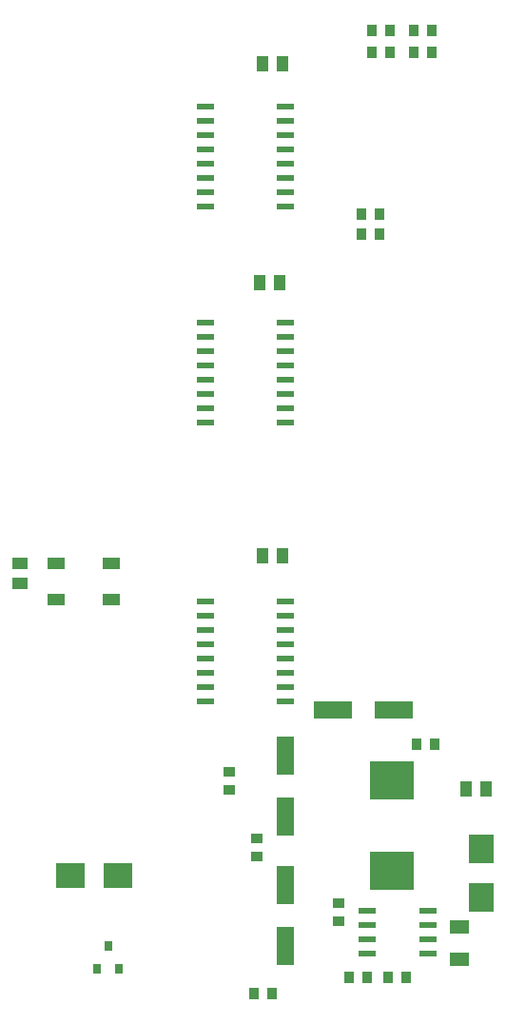
<source format=gtp>
G04 #@! TF.GenerationSoftware,KiCad,Pcbnew,(5.99.0-490-gc7ce93e10)*
G04 #@! TF.CreationDate,2019-12-10T11:33:49+01:00*
G04 #@! TF.ProjectId,LichtDom,4c696368-7444-46f6-9d2e-6b696361645f,0.1*
G04 #@! TF.SameCoordinates,Original*
G04 #@! TF.FileFunction,Paste,Top*
G04 #@! TF.FilePolarity,Positive*
%FSLAX46Y46*%
G04 Gerber Fmt 4.6, Leading zero omitted, Abs format (unit mm)*
G04 Created by KiCad (PCBNEW (5.99.0-490-gc7ce93e10)) date 2019-12-10 11:33:49*
%MOMM*%
%LPD*%
G04 APERTURE LIST*
%ADD10R,0.820000X1.000000*%
%ADD11R,0.800000X0.900000*%
%ADD12R,1.500000X0.600000*%
%ADD13R,1.550000X0.600000*%
%ADD14R,1.000000X0.820000*%
%ADD15R,4.000000X3.500000*%
%ADD16R,1.500000X1.000000*%
%ADD17R,2.500000X2.300000*%
%ADD18R,2.300000X2.500000*%
%ADD19R,1.120000X1.400000*%
%ADD20R,1.400000X1.120000*%
%ADD21R,3.500000X1.600000*%
%ADD22R,1.800000X1.220000*%
%ADD23R,1.600000X3.500000*%
G04 APERTURE END LIST*
D10*
X204800000Y-163500000D03*
X203200000Y-163500000D03*
D11*
X190250000Y-159250000D03*
X191200000Y-161250000D03*
X189300000Y-161250000D03*
D12*
X206050000Y-128555000D03*
X206050000Y-129825000D03*
X206050000Y-131095000D03*
X206050000Y-132365000D03*
X206050000Y-133635000D03*
X206050000Y-134905000D03*
X206050000Y-136175000D03*
X206050000Y-137445000D03*
X198950000Y-137445000D03*
X198950000Y-136175000D03*
X198950000Y-134905000D03*
X198950000Y-133635000D03*
X198950000Y-132365000D03*
X198950000Y-131095000D03*
X198950000Y-129825000D03*
X198950000Y-128555000D03*
X206050000Y-103730000D03*
X206050000Y-105000000D03*
X206050000Y-106270000D03*
X206050000Y-107540000D03*
X206050000Y-108810000D03*
X206050000Y-110080000D03*
X206050000Y-111350000D03*
X206050000Y-112620000D03*
X198950000Y-112620000D03*
X198950000Y-111350000D03*
X198950000Y-110080000D03*
X198950000Y-108810000D03*
X198950000Y-107540000D03*
X198950000Y-106270000D03*
X198950000Y-105000000D03*
X198950000Y-103730000D03*
X206050000Y-84555000D03*
X206050000Y-85825000D03*
X206050000Y-87095000D03*
X206050000Y-88365000D03*
X206050000Y-89635000D03*
X206050000Y-90905000D03*
X206050000Y-92175000D03*
X206050000Y-93445000D03*
X198950000Y-93445000D03*
X198950000Y-92175000D03*
X198950000Y-90905000D03*
X198950000Y-89635000D03*
X198950000Y-88365000D03*
X198950000Y-87095000D03*
X198950000Y-85825000D03*
X198950000Y-84555000D03*
D13*
X218700000Y-156095000D03*
X218700000Y-157365000D03*
X218700000Y-158635000D03*
X218700000Y-159905000D03*
X213300000Y-159905000D03*
X213300000Y-158635000D03*
X213300000Y-157365000D03*
X213300000Y-156095000D03*
D10*
X219050000Y-79750000D03*
X217450000Y-79750000D03*
X214400000Y-94100000D03*
X212800000Y-94100000D03*
X214400000Y-95900000D03*
X212800000Y-95900000D03*
X219050000Y-77750000D03*
X217450000Y-77750000D03*
X211700000Y-162000000D03*
X213300000Y-162000000D03*
X215200000Y-162000000D03*
X216800000Y-162000000D03*
D14*
X203500000Y-151300000D03*
X203500000Y-149700000D03*
X201000000Y-145300000D03*
X201000000Y-143700000D03*
D15*
X215500000Y-152500000D03*
X215500000Y-144500000D03*
D10*
X213700000Y-79750000D03*
X215300000Y-79750000D03*
D16*
X185650000Y-125200000D03*
X185650000Y-128400000D03*
X190550000Y-125200000D03*
X190550000Y-128400000D03*
D17*
X191150000Y-153000000D03*
X186850000Y-153000000D03*
D10*
X213700000Y-77750000D03*
X215300000Y-77750000D03*
D18*
X223500000Y-154900000D03*
X223500000Y-150600000D03*
D19*
X203990000Y-80750000D03*
X205750000Y-80750000D03*
X203750000Y-100250000D03*
X205510000Y-100250000D03*
X203990000Y-124555000D03*
X205750000Y-124555000D03*
D20*
X182400000Y-126980000D03*
X182400000Y-125220000D03*
D10*
X219300000Y-141250000D03*
X217700000Y-141250000D03*
D21*
X210300000Y-138250000D03*
X215700000Y-138250000D03*
D19*
X223880000Y-145250000D03*
X222120000Y-145250000D03*
D14*
X210750000Y-157050000D03*
X210750000Y-155450000D03*
D22*
X221500000Y-160430000D03*
X221500000Y-157570000D03*
D23*
X206000000Y-159200000D03*
X206000000Y-153800000D03*
X206000000Y-147700000D03*
X206000000Y-142300000D03*
M02*

</source>
